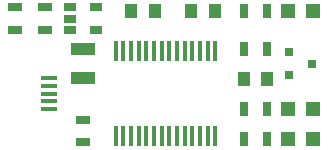
<source format=gtp>
G04 #@! TF.FileFunction,Paste,Top*
%FSLAX46Y46*%
G04 Gerber Fmt 4.6, Leading zero omitted, Abs format (unit mm)*
G04 Created by KiCad (PCBNEW 4.0.0-stable) date Wednesday, March 30, 2016 'PMt' 02:33:30 PM*
%MOMM*%
G01*
G04 APERTURE LIST*
%ADD10C,0.100000*%
%ADD11R,1.000000X1.250000*%
%ADD12R,1.198880X1.198880*%
%ADD13R,2.029460X1.140460*%
%ADD14R,1.350000X0.400000*%
%ADD15R,0.800100X0.800100*%
%ADD16R,1.300000X0.700000*%
%ADD17R,0.700000X1.300000*%
%ADD18R,1.060000X0.650000*%
%ADD19R,0.450000X1.750000*%
G04 APERTURE END LIST*
D10*
D11*
X20590000Y9525000D03*
X22590000Y9525000D03*
D12*
X26449020Y6985000D03*
X24350980Y6985000D03*
X26449020Y4445000D03*
X24350980Y4445000D03*
D13*
X6985000Y9591040D03*
X6985000Y11998960D03*
D14*
X4102540Y9555900D03*
X4102540Y8905900D03*
X4102540Y8255900D03*
X4102540Y7605900D03*
X4102540Y6955900D03*
D15*
X24399240Y11745000D03*
X24399240Y9845000D03*
X26398220Y10795000D03*
D16*
X3810000Y13655000D03*
X3810000Y15555000D03*
X6985000Y4130000D03*
X6985000Y6030000D03*
X1270000Y13655000D03*
X1270000Y15555000D03*
D17*
X20640000Y12065000D03*
X22540000Y12065000D03*
X20640000Y6985000D03*
X22540000Y6985000D03*
X20640000Y4445000D03*
X22540000Y4445000D03*
D18*
X5885000Y15555000D03*
X5885000Y14605000D03*
X5885000Y13655000D03*
X8085000Y13655000D03*
X8085000Y15555000D03*
D19*
X18195000Y11855000D03*
X17545000Y11855000D03*
X16895000Y11855000D03*
X16245000Y11855000D03*
X15595000Y11855000D03*
X14945000Y11855000D03*
X14295000Y11855000D03*
X13645000Y11855000D03*
X12995000Y11855000D03*
X12345000Y11855000D03*
X11695000Y11855000D03*
X11045000Y11855000D03*
X10395000Y11855000D03*
X9745000Y11855000D03*
X9745000Y4655000D03*
X10395000Y4655000D03*
X11045000Y4655000D03*
X11695000Y4655000D03*
X12345000Y4655000D03*
X12995000Y4655000D03*
X13645000Y4655000D03*
X14295000Y4655000D03*
X14945000Y4655000D03*
X15595000Y4655000D03*
X16245000Y4655000D03*
X16895000Y4655000D03*
X17545000Y4655000D03*
X18195000Y4655000D03*
D11*
X11065000Y15240000D03*
X13065000Y15240000D03*
D12*
X26449020Y15240000D03*
X24350980Y15240000D03*
D17*
X20640000Y15240000D03*
X22540000Y15240000D03*
D11*
X18145000Y15240000D03*
X16145000Y15240000D03*
M02*

</source>
